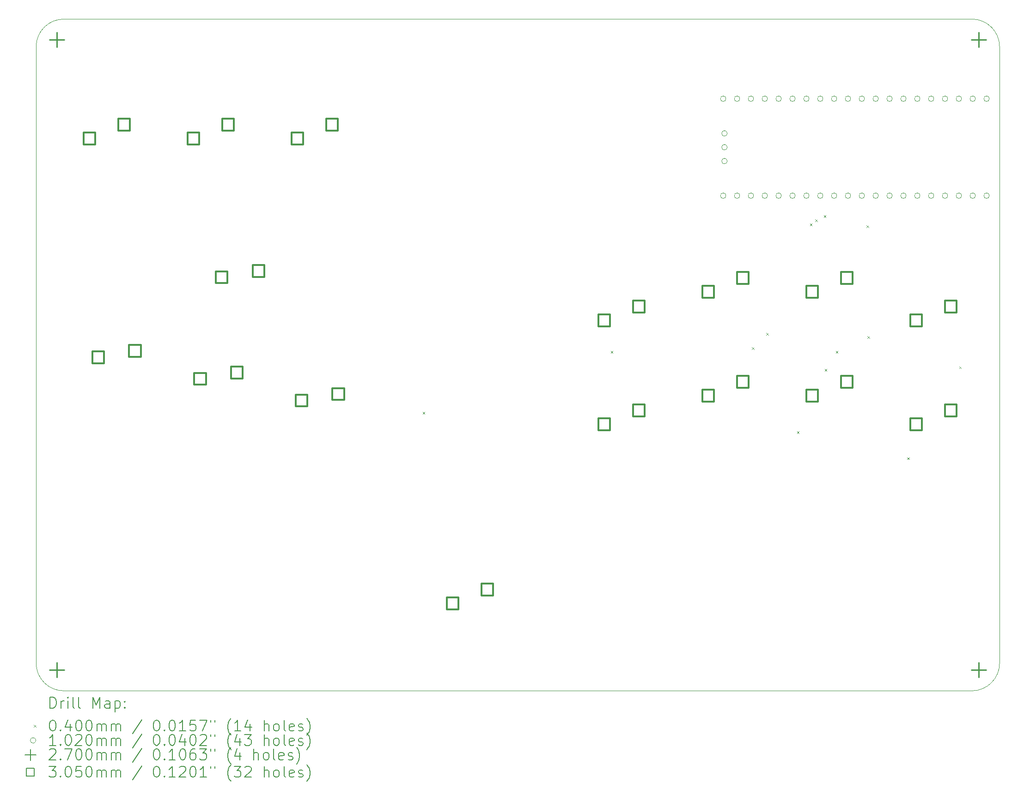
<source format=gbr>
%TF.GenerationSoftware,KiCad,Pcbnew,7.0.5*%
%TF.CreationDate,2023-06-06T19:01:46+08:00*%
%TF.ProjectId,JosEffigy-All-Keyboard-Mixbox,4a6f7345-6666-4696-9779-2d416c6c2d4b,rev?*%
%TF.SameCoordinates,Original*%
%TF.FileFunction,Drillmap*%
%TF.FilePolarity,Positive*%
%FSLAX45Y45*%
G04 Gerber Fmt 4.5, Leading zero omitted, Abs format (unit mm)*
G04 Created by KiCad (PCBNEW 7.0.5) date 2023-06-06 19:01:46*
%MOMM*%
%LPD*%
G01*
G04 APERTURE LIST*
%ADD10C,0.100000*%
%ADD11C,0.200000*%
%ADD12C,0.040000*%
%ADD13C,0.102000*%
%ADD14C,0.270000*%
%ADD15C,0.305000*%
G04 APERTURE END LIST*
D10*
X22860000Y-3683000D02*
X6223000Y-3683000D01*
X5715000Y-15494000D02*
G75*
G03*
X6223000Y-16002000I508000J0D01*
G01*
X6223000Y-16002000D02*
X22860000Y-16002000D01*
X6223000Y-3683000D02*
G75*
G03*
X5715000Y-4191000I0J-508000D01*
G01*
X22860000Y-16002000D02*
G75*
G03*
X23368000Y-15494000I0J508000D01*
G01*
X5715000Y-4191000D02*
X5715000Y-15494000D01*
X23368000Y-4191000D02*
G75*
G03*
X22860000Y-3683000I-508000J0D01*
G01*
X23368000Y-15494000D02*
X23368000Y-4191000D01*
D11*
D12*
X12795980Y-10888080D02*
X12835980Y-10928080D01*
X12835980Y-10888080D02*
X12795980Y-10928080D01*
X16242860Y-9767370D02*
X16282860Y-9807370D01*
X16282860Y-9767370D02*
X16242860Y-9807370D01*
X18826790Y-9702590D02*
X18866790Y-9742590D01*
X18866790Y-9702590D02*
X18826790Y-9742590D01*
X19091410Y-9435790D02*
X19131410Y-9475790D01*
X19131410Y-9435790D02*
X19091410Y-9475790D01*
X19656000Y-11244180D02*
X19696000Y-11284180D01*
X19696000Y-11244180D02*
X19656000Y-11284180D01*
X19891320Y-7433510D02*
X19931320Y-7473510D01*
X19931320Y-7433510D02*
X19891320Y-7473510D01*
X19987080Y-7356670D02*
X20027080Y-7396670D01*
X20027080Y-7356670D02*
X19987080Y-7396670D01*
X20146130Y-7279630D02*
X20186130Y-7319630D01*
X20186130Y-7279630D02*
X20146130Y-7319630D01*
X20163670Y-10098280D02*
X20203670Y-10138280D01*
X20203670Y-10098280D02*
X20163670Y-10138280D01*
X20365480Y-9766430D02*
X20405480Y-9806430D01*
X20405480Y-9766430D02*
X20365480Y-9806430D01*
X20930140Y-7463720D02*
X20970140Y-7503720D01*
X20970140Y-7463720D02*
X20930140Y-7503720D01*
X20949050Y-9497740D02*
X20989050Y-9537740D01*
X20989050Y-9497740D02*
X20949050Y-9537740D01*
X21673480Y-11721260D02*
X21713480Y-11761260D01*
X21713480Y-11721260D02*
X21673480Y-11761260D01*
X22627420Y-10051400D02*
X22667420Y-10091400D01*
X22667420Y-10051400D02*
X22627420Y-10091400D01*
D13*
X18354880Y-5143500D02*
G75*
G03*
X18354880Y-5143500I-51000J0D01*
G01*
X18354880Y-6921500D02*
G75*
G03*
X18354880Y-6921500I-51000J0D01*
G01*
X18377880Y-5778500D02*
G75*
G03*
X18377880Y-5778500I-51000J0D01*
G01*
X18377880Y-6032500D02*
G75*
G03*
X18377880Y-6032500I-51000J0D01*
G01*
X18377880Y-6286500D02*
G75*
G03*
X18377880Y-6286500I-51000J0D01*
G01*
X18608880Y-5143500D02*
G75*
G03*
X18608880Y-5143500I-51000J0D01*
G01*
X18608880Y-6921500D02*
G75*
G03*
X18608880Y-6921500I-51000J0D01*
G01*
X18862880Y-5143500D02*
G75*
G03*
X18862880Y-5143500I-51000J0D01*
G01*
X18862880Y-6921500D02*
G75*
G03*
X18862880Y-6921500I-51000J0D01*
G01*
X19116880Y-5143500D02*
G75*
G03*
X19116880Y-5143500I-51000J0D01*
G01*
X19116880Y-6921500D02*
G75*
G03*
X19116880Y-6921500I-51000J0D01*
G01*
X19370880Y-5143500D02*
G75*
G03*
X19370880Y-5143500I-51000J0D01*
G01*
X19370880Y-6921500D02*
G75*
G03*
X19370880Y-6921500I-51000J0D01*
G01*
X19624880Y-5143500D02*
G75*
G03*
X19624880Y-5143500I-51000J0D01*
G01*
X19624880Y-6921500D02*
G75*
G03*
X19624880Y-6921500I-51000J0D01*
G01*
X19878880Y-5143500D02*
G75*
G03*
X19878880Y-5143500I-51000J0D01*
G01*
X19878880Y-6921500D02*
G75*
G03*
X19878880Y-6921500I-51000J0D01*
G01*
X20132880Y-5143500D02*
G75*
G03*
X20132880Y-5143500I-51000J0D01*
G01*
X20132880Y-6921500D02*
G75*
G03*
X20132880Y-6921500I-51000J0D01*
G01*
X20386880Y-5143500D02*
G75*
G03*
X20386880Y-5143500I-51000J0D01*
G01*
X20386880Y-6921500D02*
G75*
G03*
X20386880Y-6921500I-51000J0D01*
G01*
X20640880Y-5143500D02*
G75*
G03*
X20640880Y-5143500I-51000J0D01*
G01*
X20640880Y-6921500D02*
G75*
G03*
X20640880Y-6921500I-51000J0D01*
G01*
X20894880Y-5143500D02*
G75*
G03*
X20894880Y-5143500I-51000J0D01*
G01*
X20894880Y-6921500D02*
G75*
G03*
X20894880Y-6921500I-51000J0D01*
G01*
X21148880Y-5143500D02*
G75*
G03*
X21148880Y-5143500I-51000J0D01*
G01*
X21148880Y-6921500D02*
G75*
G03*
X21148880Y-6921500I-51000J0D01*
G01*
X21402880Y-5143500D02*
G75*
G03*
X21402880Y-5143500I-51000J0D01*
G01*
X21402880Y-6921500D02*
G75*
G03*
X21402880Y-6921500I-51000J0D01*
G01*
X21656880Y-5143500D02*
G75*
G03*
X21656880Y-5143500I-51000J0D01*
G01*
X21656880Y-6921500D02*
G75*
G03*
X21656880Y-6921500I-51000J0D01*
G01*
X21910880Y-5143500D02*
G75*
G03*
X21910880Y-5143500I-51000J0D01*
G01*
X21910880Y-6921500D02*
G75*
G03*
X21910880Y-6921500I-51000J0D01*
G01*
X22164880Y-5143500D02*
G75*
G03*
X22164880Y-5143500I-51000J0D01*
G01*
X22164880Y-6921500D02*
G75*
G03*
X22164880Y-6921500I-51000J0D01*
G01*
X22418880Y-5143500D02*
G75*
G03*
X22418880Y-5143500I-51000J0D01*
G01*
X22418880Y-6921500D02*
G75*
G03*
X22418880Y-6921500I-51000J0D01*
G01*
X22672880Y-5143500D02*
G75*
G03*
X22672880Y-5143500I-51000J0D01*
G01*
X22672880Y-6921500D02*
G75*
G03*
X22672880Y-6921500I-51000J0D01*
G01*
X22926880Y-5143500D02*
G75*
G03*
X22926880Y-5143500I-51000J0D01*
G01*
X22926880Y-6921500D02*
G75*
G03*
X22926880Y-6921500I-51000J0D01*
G01*
X23180880Y-5143500D02*
G75*
G03*
X23180880Y-5143500I-51000J0D01*
G01*
X23180880Y-6921500D02*
G75*
G03*
X23180880Y-6921500I-51000J0D01*
G01*
D14*
X6096000Y-3929000D02*
X6096000Y-4199000D01*
X5961000Y-4064000D02*
X6231000Y-4064000D01*
X6096000Y-15486000D02*
X6096000Y-15756000D01*
X5961000Y-15621000D02*
X6231000Y-15621000D01*
X22987000Y-3929000D02*
X22987000Y-4199000D01*
X22852000Y-4064000D02*
X23122000Y-4064000D01*
X22987000Y-15486000D02*
X22987000Y-15756000D01*
X22852000Y-15621000D02*
X23122000Y-15621000D01*
D15*
X6801215Y-5981585D02*
X6801215Y-5765915D01*
X6585545Y-5765915D01*
X6585545Y-5981585D01*
X6801215Y-5981585D01*
X6958200Y-9992141D02*
X6958200Y-9776471D01*
X6742530Y-9776471D01*
X6742530Y-9992141D01*
X6958200Y-9992141D01*
X7436215Y-5727585D02*
X7436215Y-5511915D01*
X7220545Y-5511915D01*
X7220545Y-5727585D01*
X7436215Y-5727585D01*
X7632133Y-9875715D02*
X7632133Y-9660046D01*
X7416464Y-9660046D01*
X7416464Y-9875715D01*
X7632133Y-9875715D01*
X8706215Y-5981585D02*
X8706215Y-5765915D01*
X8490545Y-5765915D01*
X8490545Y-5981585D01*
X8706215Y-5981585D01*
X8826770Y-10388761D02*
X8826770Y-10173091D01*
X8611101Y-10173091D01*
X8611101Y-10388761D01*
X8826770Y-10388761D01*
X9222850Y-8525391D02*
X9222850Y-8309721D01*
X9007181Y-8309721D01*
X9007181Y-8525391D01*
X9222850Y-8525391D01*
X9341215Y-5727585D02*
X9341215Y-5511915D01*
X9125545Y-5511915D01*
X9125545Y-5727585D01*
X9341215Y-5727585D01*
X9500703Y-10272335D02*
X9500703Y-10056666D01*
X9285034Y-10056666D01*
X9285034Y-10272335D01*
X9500703Y-10272335D01*
X9896783Y-8408965D02*
X9896783Y-8193296D01*
X9681114Y-8193296D01*
X9681114Y-8408965D01*
X9896783Y-8408965D01*
X10611215Y-5981585D02*
X10611215Y-5765915D01*
X10395545Y-5765915D01*
X10395545Y-5981585D01*
X10611215Y-5981585D01*
X10684940Y-10784281D02*
X10684940Y-10568611D01*
X10469271Y-10568611D01*
X10469271Y-10784281D01*
X10684940Y-10784281D01*
X11246215Y-5727585D02*
X11246215Y-5511915D01*
X11030545Y-5511915D01*
X11030545Y-5727585D01*
X11246215Y-5727585D01*
X11358873Y-10667855D02*
X11358873Y-10452186D01*
X11143204Y-10452186D01*
X11143204Y-10667855D01*
X11358873Y-10667855D01*
X13452845Y-14506455D02*
X13452845Y-14290785D01*
X13237175Y-14290785D01*
X13237175Y-14506455D01*
X13452845Y-14506455D01*
X14087845Y-14252455D02*
X14087845Y-14036785D01*
X13872175Y-14036785D01*
X13872175Y-14252455D01*
X14087845Y-14252455D01*
X16230965Y-9315335D02*
X16230965Y-9099665D01*
X16015295Y-9099665D01*
X16015295Y-9315335D01*
X16230965Y-9315335D01*
X16230965Y-11220335D02*
X16230965Y-11004665D01*
X16015295Y-11004665D01*
X16015295Y-11220335D01*
X16230965Y-11220335D01*
X16865965Y-9061335D02*
X16865965Y-8845665D01*
X16650295Y-8845665D01*
X16650295Y-9061335D01*
X16865965Y-9061335D01*
X16865965Y-10966335D02*
X16865965Y-10750665D01*
X16650295Y-10750665D01*
X16650295Y-10966335D01*
X16865965Y-10966335D01*
X18135965Y-8791455D02*
X18135965Y-8575785D01*
X17920295Y-8575785D01*
X17920295Y-8791455D01*
X18135965Y-8791455D01*
X18135965Y-10696455D02*
X18135965Y-10480785D01*
X17920295Y-10480785D01*
X17920295Y-10696455D01*
X18135965Y-10696455D01*
X18770965Y-8537455D02*
X18770965Y-8321785D01*
X18555295Y-8321785D01*
X18555295Y-8537455D01*
X18770965Y-8537455D01*
X18770965Y-10442455D02*
X18770965Y-10226785D01*
X18555295Y-10226785D01*
X18555295Y-10442455D01*
X18770965Y-10442455D01*
X20040965Y-8791455D02*
X20040965Y-8575785D01*
X19825295Y-8575785D01*
X19825295Y-8791455D01*
X20040965Y-8791455D01*
X20040965Y-10696455D02*
X20040965Y-10480785D01*
X19825295Y-10480785D01*
X19825295Y-10696455D01*
X20040965Y-10696455D01*
X20675965Y-8537455D02*
X20675965Y-8321785D01*
X20460295Y-8321785D01*
X20460295Y-8537455D01*
X20675965Y-8537455D01*
X20675965Y-10442455D02*
X20675965Y-10226785D01*
X20460295Y-10226785D01*
X20460295Y-10442455D01*
X20675965Y-10442455D01*
X21945965Y-9315335D02*
X21945965Y-9099665D01*
X21730295Y-9099665D01*
X21730295Y-9315335D01*
X21945965Y-9315335D01*
X21945965Y-11220335D02*
X21945965Y-11004665D01*
X21730295Y-11004665D01*
X21730295Y-11220335D01*
X21945965Y-11220335D01*
X22580965Y-9061335D02*
X22580965Y-8845665D01*
X22365295Y-8845665D01*
X22365295Y-9061335D01*
X22580965Y-9061335D01*
X22580965Y-10966335D02*
X22580965Y-10750665D01*
X22365295Y-10750665D01*
X22365295Y-10966335D01*
X22580965Y-10966335D01*
D11*
X5970777Y-16318484D02*
X5970777Y-16118484D01*
X5970777Y-16118484D02*
X6018396Y-16118484D01*
X6018396Y-16118484D02*
X6046967Y-16128008D01*
X6046967Y-16128008D02*
X6066015Y-16147055D01*
X6066015Y-16147055D02*
X6075539Y-16166103D01*
X6075539Y-16166103D02*
X6085062Y-16204198D01*
X6085062Y-16204198D02*
X6085062Y-16232769D01*
X6085062Y-16232769D02*
X6075539Y-16270865D01*
X6075539Y-16270865D02*
X6066015Y-16289912D01*
X6066015Y-16289912D02*
X6046967Y-16308960D01*
X6046967Y-16308960D02*
X6018396Y-16318484D01*
X6018396Y-16318484D02*
X5970777Y-16318484D01*
X6170777Y-16318484D02*
X6170777Y-16185150D01*
X6170777Y-16223246D02*
X6180301Y-16204198D01*
X6180301Y-16204198D02*
X6189824Y-16194674D01*
X6189824Y-16194674D02*
X6208872Y-16185150D01*
X6208872Y-16185150D02*
X6227920Y-16185150D01*
X6294586Y-16318484D02*
X6294586Y-16185150D01*
X6294586Y-16118484D02*
X6285062Y-16128008D01*
X6285062Y-16128008D02*
X6294586Y-16137531D01*
X6294586Y-16137531D02*
X6304110Y-16128008D01*
X6304110Y-16128008D02*
X6294586Y-16118484D01*
X6294586Y-16118484D02*
X6294586Y-16137531D01*
X6418396Y-16318484D02*
X6399348Y-16308960D01*
X6399348Y-16308960D02*
X6389824Y-16289912D01*
X6389824Y-16289912D02*
X6389824Y-16118484D01*
X6523158Y-16318484D02*
X6504110Y-16308960D01*
X6504110Y-16308960D02*
X6494586Y-16289912D01*
X6494586Y-16289912D02*
X6494586Y-16118484D01*
X6751729Y-16318484D02*
X6751729Y-16118484D01*
X6751729Y-16118484D02*
X6818396Y-16261341D01*
X6818396Y-16261341D02*
X6885062Y-16118484D01*
X6885062Y-16118484D02*
X6885062Y-16318484D01*
X7066015Y-16318484D02*
X7066015Y-16213722D01*
X7066015Y-16213722D02*
X7056491Y-16194674D01*
X7056491Y-16194674D02*
X7037443Y-16185150D01*
X7037443Y-16185150D02*
X6999348Y-16185150D01*
X6999348Y-16185150D02*
X6980301Y-16194674D01*
X7066015Y-16308960D02*
X7046967Y-16318484D01*
X7046967Y-16318484D02*
X6999348Y-16318484D01*
X6999348Y-16318484D02*
X6980301Y-16308960D01*
X6980301Y-16308960D02*
X6970777Y-16289912D01*
X6970777Y-16289912D02*
X6970777Y-16270865D01*
X6970777Y-16270865D02*
X6980301Y-16251817D01*
X6980301Y-16251817D02*
X6999348Y-16242293D01*
X6999348Y-16242293D02*
X7046967Y-16242293D01*
X7046967Y-16242293D02*
X7066015Y-16232769D01*
X7161253Y-16185150D02*
X7161253Y-16385150D01*
X7161253Y-16194674D02*
X7180301Y-16185150D01*
X7180301Y-16185150D02*
X7218396Y-16185150D01*
X7218396Y-16185150D02*
X7237443Y-16194674D01*
X7237443Y-16194674D02*
X7246967Y-16204198D01*
X7246967Y-16204198D02*
X7256491Y-16223246D01*
X7256491Y-16223246D02*
X7256491Y-16280388D01*
X7256491Y-16280388D02*
X7246967Y-16299436D01*
X7246967Y-16299436D02*
X7237443Y-16308960D01*
X7237443Y-16308960D02*
X7218396Y-16318484D01*
X7218396Y-16318484D02*
X7180301Y-16318484D01*
X7180301Y-16318484D02*
X7161253Y-16308960D01*
X7342205Y-16299436D02*
X7351729Y-16308960D01*
X7351729Y-16308960D02*
X7342205Y-16318484D01*
X7342205Y-16318484D02*
X7332682Y-16308960D01*
X7332682Y-16308960D02*
X7342205Y-16299436D01*
X7342205Y-16299436D02*
X7342205Y-16318484D01*
X7342205Y-16194674D02*
X7351729Y-16204198D01*
X7351729Y-16204198D02*
X7342205Y-16213722D01*
X7342205Y-16213722D02*
X7332682Y-16204198D01*
X7332682Y-16204198D02*
X7342205Y-16194674D01*
X7342205Y-16194674D02*
X7342205Y-16213722D01*
D12*
X5670000Y-16627000D02*
X5710000Y-16667000D01*
X5710000Y-16627000D02*
X5670000Y-16667000D01*
D11*
X6008872Y-16538484D02*
X6027920Y-16538484D01*
X6027920Y-16538484D02*
X6046967Y-16548008D01*
X6046967Y-16548008D02*
X6056491Y-16557531D01*
X6056491Y-16557531D02*
X6066015Y-16576579D01*
X6066015Y-16576579D02*
X6075539Y-16614674D01*
X6075539Y-16614674D02*
X6075539Y-16662293D01*
X6075539Y-16662293D02*
X6066015Y-16700388D01*
X6066015Y-16700388D02*
X6056491Y-16719436D01*
X6056491Y-16719436D02*
X6046967Y-16728960D01*
X6046967Y-16728960D02*
X6027920Y-16738484D01*
X6027920Y-16738484D02*
X6008872Y-16738484D01*
X6008872Y-16738484D02*
X5989824Y-16728960D01*
X5989824Y-16728960D02*
X5980301Y-16719436D01*
X5980301Y-16719436D02*
X5970777Y-16700388D01*
X5970777Y-16700388D02*
X5961253Y-16662293D01*
X5961253Y-16662293D02*
X5961253Y-16614674D01*
X5961253Y-16614674D02*
X5970777Y-16576579D01*
X5970777Y-16576579D02*
X5980301Y-16557531D01*
X5980301Y-16557531D02*
X5989824Y-16548008D01*
X5989824Y-16548008D02*
X6008872Y-16538484D01*
X6161253Y-16719436D02*
X6170777Y-16728960D01*
X6170777Y-16728960D02*
X6161253Y-16738484D01*
X6161253Y-16738484D02*
X6151729Y-16728960D01*
X6151729Y-16728960D02*
X6161253Y-16719436D01*
X6161253Y-16719436D02*
X6161253Y-16738484D01*
X6342205Y-16605150D02*
X6342205Y-16738484D01*
X6294586Y-16528960D02*
X6246967Y-16671817D01*
X6246967Y-16671817D02*
X6370777Y-16671817D01*
X6485062Y-16538484D02*
X6504110Y-16538484D01*
X6504110Y-16538484D02*
X6523158Y-16548008D01*
X6523158Y-16548008D02*
X6532682Y-16557531D01*
X6532682Y-16557531D02*
X6542205Y-16576579D01*
X6542205Y-16576579D02*
X6551729Y-16614674D01*
X6551729Y-16614674D02*
X6551729Y-16662293D01*
X6551729Y-16662293D02*
X6542205Y-16700388D01*
X6542205Y-16700388D02*
X6532682Y-16719436D01*
X6532682Y-16719436D02*
X6523158Y-16728960D01*
X6523158Y-16728960D02*
X6504110Y-16738484D01*
X6504110Y-16738484D02*
X6485062Y-16738484D01*
X6485062Y-16738484D02*
X6466015Y-16728960D01*
X6466015Y-16728960D02*
X6456491Y-16719436D01*
X6456491Y-16719436D02*
X6446967Y-16700388D01*
X6446967Y-16700388D02*
X6437443Y-16662293D01*
X6437443Y-16662293D02*
X6437443Y-16614674D01*
X6437443Y-16614674D02*
X6446967Y-16576579D01*
X6446967Y-16576579D02*
X6456491Y-16557531D01*
X6456491Y-16557531D02*
X6466015Y-16548008D01*
X6466015Y-16548008D02*
X6485062Y-16538484D01*
X6675539Y-16538484D02*
X6694586Y-16538484D01*
X6694586Y-16538484D02*
X6713634Y-16548008D01*
X6713634Y-16548008D02*
X6723158Y-16557531D01*
X6723158Y-16557531D02*
X6732682Y-16576579D01*
X6732682Y-16576579D02*
X6742205Y-16614674D01*
X6742205Y-16614674D02*
X6742205Y-16662293D01*
X6742205Y-16662293D02*
X6732682Y-16700388D01*
X6732682Y-16700388D02*
X6723158Y-16719436D01*
X6723158Y-16719436D02*
X6713634Y-16728960D01*
X6713634Y-16728960D02*
X6694586Y-16738484D01*
X6694586Y-16738484D02*
X6675539Y-16738484D01*
X6675539Y-16738484D02*
X6656491Y-16728960D01*
X6656491Y-16728960D02*
X6646967Y-16719436D01*
X6646967Y-16719436D02*
X6637443Y-16700388D01*
X6637443Y-16700388D02*
X6627920Y-16662293D01*
X6627920Y-16662293D02*
X6627920Y-16614674D01*
X6627920Y-16614674D02*
X6637443Y-16576579D01*
X6637443Y-16576579D02*
X6646967Y-16557531D01*
X6646967Y-16557531D02*
X6656491Y-16548008D01*
X6656491Y-16548008D02*
X6675539Y-16538484D01*
X6827920Y-16738484D02*
X6827920Y-16605150D01*
X6827920Y-16624198D02*
X6837443Y-16614674D01*
X6837443Y-16614674D02*
X6856491Y-16605150D01*
X6856491Y-16605150D02*
X6885063Y-16605150D01*
X6885063Y-16605150D02*
X6904110Y-16614674D01*
X6904110Y-16614674D02*
X6913634Y-16633722D01*
X6913634Y-16633722D02*
X6913634Y-16738484D01*
X6913634Y-16633722D02*
X6923158Y-16614674D01*
X6923158Y-16614674D02*
X6942205Y-16605150D01*
X6942205Y-16605150D02*
X6970777Y-16605150D01*
X6970777Y-16605150D02*
X6989824Y-16614674D01*
X6989824Y-16614674D02*
X6999348Y-16633722D01*
X6999348Y-16633722D02*
X6999348Y-16738484D01*
X7094586Y-16738484D02*
X7094586Y-16605150D01*
X7094586Y-16624198D02*
X7104110Y-16614674D01*
X7104110Y-16614674D02*
X7123158Y-16605150D01*
X7123158Y-16605150D02*
X7151729Y-16605150D01*
X7151729Y-16605150D02*
X7170777Y-16614674D01*
X7170777Y-16614674D02*
X7180301Y-16633722D01*
X7180301Y-16633722D02*
X7180301Y-16738484D01*
X7180301Y-16633722D02*
X7189824Y-16614674D01*
X7189824Y-16614674D02*
X7208872Y-16605150D01*
X7208872Y-16605150D02*
X7237443Y-16605150D01*
X7237443Y-16605150D02*
X7256491Y-16614674D01*
X7256491Y-16614674D02*
X7266015Y-16633722D01*
X7266015Y-16633722D02*
X7266015Y-16738484D01*
X7656491Y-16528960D02*
X7485063Y-16786103D01*
X7913634Y-16538484D02*
X7932682Y-16538484D01*
X7932682Y-16538484D02*
X7951729Y-16548008D01*
X7951729Y-16548008D02*
X7961253Y-16557531D01*
X7961253Y-16557531D02*
X7970777Y-16576579D01*
X7970777Y-16576579D02*
X7980301Y-16614674D01*
X7980301Y-16614674D02*
X7980301Y-16662293D01*
X7980301Y-16662293D02*
X7970777Y-16700388D01*
X7970777Y-16700388D02*
X7961253Y-16719436D01*
X7961253Y-16719436D02*
X7951729Y-16728960D01*
X7951729Y-16728960D02*
X7932682Y-16738484D01*
X7932682Y-16738484D02*
X7913634Y-16738484D01*
X7913634Y-16738484D02*
X7894586Y-16728960D01*
X7894586Y-16728960D02*
X7885063Y-16719436D01*
X7885063Y-16719436D02*
X7875539Y-16700388D01*
X7875539Y-16700388D02*
X7866015Y-16662293D01*
X7866015Y-16662293D02*
X7866015Y-16614674D01*
X7866015Y-16614674D02*
X7875539Y-16576579D01*
X7875539Y-16576579D02*
X7885063Y-16557531D01*
X7885063Y-16557531D02*
X7894586Y-16548008D01*
X7894586Y-16548008D02*
X7913634Y-16538484D01*
X8066015Y-16719436D02*
X8075539Y-16728960D01*
X8075539Y-16728960D02*
X8066015Y-16738484D01*
X8066015Y-16738484D02*
X8056491Y-16728960D01*
X8056491Y-16728960D02*
X8066015Y-16719436D01*
X8066015Y-16719436D02*
X8066015Y-16738484D01*
X8199348Y-16538484D02*
X8218396Y-16538484D01*
X8218396Y-16538484D02*
X8237444Y-16548008D01*
X8237444Y-16548008D02*
X8246967Y-16557531D01*
X8246967Y-16557531D02*
X8256491Y-16576579D01*
X8256491Y-16576579D02*
X8266015Y-16614674D01*
X8266015Y-16614674D02*
X8266015Y-16662293D01*
X8266015Y-16662293D02*
X8256491Y-16700388D01*
X8256491Y-16700388D02*
X8246967Y-16719436D01*
X8246967Y-16719436D02*
X8237444Y-16728960D01*
X8237444Y-16728960D02*
X8218396Y-16738484D01*
X8218396Y-16738484D02*
X8199348Y-16738484D01*
X8199348Y-16738484D02*
X8180301Y-16728960D01*
X8180301Y-16728960D02*
X8170777Y-16719436D01*
X8170777Y-16719436D02*
X8161253Y-16700388D01*
X8161253Y-16700388D02*
X8151729Y-16662293D01*
X8151729Y-16662293D02*
X8151729Y-16614674D01*
X8151729Y-16614674D02*
X8161253Y-16576579D01*
X8161253Y-16576579D02*
X8170777Y-16557531D01*
X8170777Y-16557531D02*
X8180301Y-16548008D01*
X8180301Y-16548008D02*
X8199348Y-16538484D01*
X8456491Y-16738484D02*
X8342206Y-16738484D01*
X8399348Y-16738484D02*
X8399348Y-16538484D01*
X8399348Y-16538484D02*
X8380301Y-16567055D01*
X8380301Y-16567055D02*
X8361253Y-16586103D01*
X8361253Y-16586103D02*
X8342206Y-16595627D01*
X8637444Y-16538484D02*
X8542206Y-16538484D01*
X8542206Y-16538484D02*
X8532682Y-16633722D01*
X8532682Y-16633722D02*
X8542206Y-16624198D01*
X8542206Y-16624198D02*
X8561253Y-16614674D01*
X8561253Y-16614674D02*
X8608872Y-16614674D01*
X8608872Y-16614674D02*
X8627920Y-16624198D01*
X8627920Y-16624198D02*
X8637444Y-16633722D01*
X8637444Y-16633722D02*
X8646968Y-16652769D01*
X8646968Y-16652769D02*
X8646968Y-16700388D01*
X8646968Y-16700388D02*
X8637444Y-16719436D01*
X8637444Y-16719436D02*
X8627920Y-16728960D01*
X8627920Y-16728960D02*
X8608872Y-16738484D01*
X8608872Y-16738484D02*
X8561253Y-16738484D01*
X8561253Y-16738484D02*
X8542206Y-16728960D01*
X8542206Y-16728960D02*
X8532682Y-16719436D01*
X8713634Y-16538484D02*
X8846968Y-16538484D01*
X8846968Y-16538484D02*
X8761253Y-16738484D01*
X8913634Y-16538484D02*
X8913634Y-16576579D01*
X8989825Y-16538484D02*
X8989825Y-16576579D01*
X9285063Y-16814674D02*
X9275539Y-16805150D01*
X9275539Y-16805150D02*
X9256491Y-16776579D01*
X9256491Y-16776579D02*
X9246968Y-16757531D01*
X9246968Y-16757531D02*
X9237444Y-16728960D01*
X9237444Y-16728960D02*
X9227920Y-16681341D01*
X9227920Y-16681341D02*
X9227920Y-16643246D01*
X9227920Y-16643246D02*
X9237444Y-16595627D01*
X9237444Y-16595627D02*
X9246968Y-16567055D01*
X9246968Y-16567055D02*
X9256491Y-16548008D01*
X9256491Y-16548008D02*
X9275539Y-16519436D01*
X9275539Y-16519436D02*
X9285063Y-16509912D01*
X9466015Y-16738484D02*
X9351730Y-16738484D01*
X9408872Y-16738484D02*
X9408872Y-16538484D01*
X9408872Y-16538484D02*
X9389825Y-16567055D01*
X9389825Y-16567055D02*
X9370777Y-16586103D01*
X9370777Y-16586103D02*
X9351730Y-16595627D01*
X9637444Y-16605150D02*
X9637444Y-16738484D01*
X9589825Y-16528960D02*
X9542206Y-16671817D01*
X9542206Y-16671817D02*
X9666015Y-16671817D01*
X9894587Y-16738484D02*
X9894587Y-16538484D01*
X9980301Y-16738484D02*
X9980301Y-16633722D01*
X9980301Y-16633722D02*
X9970777Y-16614674D01*
X9970777Y-16614674D02*
X9951730Y-16605150D01*
X9951730Y-16605150D02*
X9923158Y-16605150D01*
X9923158Y-16605150D02*
X9904111Y-16614674D01*
X9904111Y-16614674D02*
X9894587Y-16624198D01*
X10104111Y-16738484D02*
X10085063Y-16728960D01*
X10085063Y-16728960D02*
X10075539Y-16719436D01*
X10075539Y-16719436D02*
X10066015Y-16700388D01*
X10066015Y-16700388D02*
X10066015Y-16643246D01*
X10066015Y-16643246D02*
X10075539Y-16624198D01*
X10075539Y-16624198D02*
X10085063Y-16614674D01*
X10085063Y-16614674D02*
X10104111Y-16605150D01*
X10104111Y-16605150D02*
X10132682Y-16605150D01*
X10132682Y-16605150D02*
X10151730Y-16614674D01*
X10151730Y-16614674D02*
X10161253Y-16624198D01*
X10161253Y-16624198D02*
X10170777Y-16643246D01*
X10170777Y-16643246D02*
X10170777Y-16700388D01*
X10170777Y-16700388D02*
X10161253Y-16719436D01*
X10161253Y-16719436D02*
X10151730Y-16728960D01*
X10151730Y-16728960D02*
X10132682Y-16738484D01*
X10132682Y-16738484D02*
X10104111Y-16738484D01*
X10285063Y-16738484D02*
X10266015Y-16728960D01*
X10266015Y-16728960D02*
X10256492Y-16709912D01*
X10256492Y-16709912D02*
X10256492Y-16538484D01*
X10437444Y-16728960D02*
X10418396Y-16738484D01*
X10418396Y-16738484D02*
X10380301Y-16738484D01*
X10380301Y-16738484D02*
X10361253Y-16728960D01*
X10361253Y-16728960D02*
X10351730Y-16709912D01*
X10351730Y-16709912D02*
X10351730Y-16633722D01*
X10351730Y-16633722D02*
X10361253Y-16614674D01*
X10361253Y-16614674D02*
X10380301Y-16605150D01*
X10380301Y-16605150D02*
X10418396Y-16605150D01*
X10418396Y-16605150D02*
X10437444Y-16614674D01*
X10437444Y-16614674D02*
X10446968Y-16633722D01*
X10446968Y-16633722D02*
X10446968Y-16652769D01*
X10446968Y-16652769D02*
X10351730Y-16671817D01*
X10523158Y-16728960D02*
X10542206Y-16738484D01*
X10542206Y-16738484D02*
X10580301Y-16738484D01*
X10580301Y-16738484D02*
X10599349Y-16728960D01*
X10599349Y-16728960D02*
X10608873Y-16709912D01*
X10608873Y-16709912D02*
X10608873Y-16700388D01*
X10608873Y-16700388D02*
X10599349Y-16681341D01*
X10599349Y-16681341D02*
X10580301Y-16671817D01*
X10580301Y-16671817D02*
X10551730Y-16671817D01*
X10551730Y-16671817D02*
X10532682Y-16662293D01*
X10532682Y-16662293D02*
X10523158Y-16643246D01*
X10523158Y-16643246D02*
X10523158Y-16633722D01*
X10523158Y-16633722D02*
X10532682Y-16614674D01*
X10532682Y-16614674D02*
X10551730Y-16605150D01*
X10551730Y-16605150D02*
X10580301Y-16605150D01*
X10580301Y-16605150D02*
X10599349Y-16614674D01*
X10675539Y-16814674D02*
X10685063Y-16805150D01*
X10685063Y-16805150D02*
X10704111Y-16776579D01*
X10704111Y-16776579D02*
X10713634Y-16757531D01*
X10713634Y-16757531D02*
X10723158Y-16728960D01*
X10723158Y-16728960D02*
X10732682Y-16681341D01*
X10732682Y-16681341D02*
X10732682Y-16643246D01*
X10732682Y-16643246D02*
X10723158Y-16595627D01*
X10723158Y-16595627D02*
X10713634Y-16567055D01*
X10713634Y-16567055D02*
X10704111Y-16548008D01*
X10704111Y-16548008D02*
X10685063Y-16519436D01*
X10685063Y-16519436D02*
X10675539Y-16509912D01*
D13*
X5710000Y-16911000D02*
G75*
G03*
X5710000Y-16911000I-51000J0D01*
G01*
D11*
X6075539Y-17002484D02*
X5961253Y-17002484D01*
X6018396Y-17002484D02*
X6018396Y-16802484D01*
X6018396Y-16802484D02*
X5999348Y-16831055D01*
X5999348Y-16831055D02*
X5980301Y-16850103D01*
X5980301Y-16850103D02*
X5961253Y-16859627D01*
X6161253Y-16983436D02*
X6170777Y-16992960D01*
X6170777Y-16992960D02*
X6161253Y-17002484D01*
X6161253Y-17002484D02*
X6151729Y-16992960D01*
X6151729Y-16992960D02*
X6161253Y-16983436D01*
X6161253Y-16983436D02*
X6161253Y-17002484D01*
X6294586Y-16802484D02*
X6313634Y-16802484D01*
X6313634Y-16802484D02*
X6332682Y-16812008D01*
X6332682Y-16812008D02*
X6342205Y-16821531D01*
X6342205Y-16821531D02*
X6351729Y-16840579D01*
X6351729Y-16840579D02*
X6361253Y-16878674D01*
X6361253Y-16878674D02*
X6361253Y-16926293D01*
X6361253Y-16926293D02*
X6351729Y-16964389D01*
X6351729Y-16964389D02*
X6342205Y-16983436D01*
X6342205Y-16983436D02*
X6332682Y-16992960D01*
X6332682Y-16992960D02*
X6313634Y-17002484D01*
X6313634Y-17002484D02*
X6294586Y-17002484D01*
X6294586Y-17002484D02*
X6275539Y-16992960D01*
X6275539Y-16992960D02*
X6266015Y-16983436D01*
X6266015Y-16983436D02*
X6256491Y-16964389D01*
X6256491Y-16964389D02*
X6246967Y-16926293D01*
X6246967Y-16926293D02*
X6246967Y-16878674D01*
X6246967Y-16878674D02*
X6256491Y-16840579D01*
X6256491Y-16840579D02*
X6266015Y-16821531D01*
X6266015Y-16821531D02*
X6275539Y-16812008D01*
X6275539Y-16812008D02*
X6294586Y-16802484D01*
X6437443Y-16821531D02*
X6446967Y-16812008D01*
X6446967Y-16812008D02*
X6466015Y-16802484D01*
X6466015Y-16802484D02*
X6513634Y-16802484D01*
X6513634Y-16802484D02*
X6532682Y-16812008D01*
X6532682Y-16812008D02*
X6542205Y-16821531D01*
X6542205Y-16821531D02*
X6551729Y-16840579D01*
X6551729Y-16840579D02*
X6551729Y-16859627D01*
X6551729Y-16859627D02*
X6542205Y-16888198D01*
X6542205Y-16888198D02*
X6427920Y-17002484D01*
X6427920Y-17002484D02*
X6551729Y-17002484D01*
X6675539Y-16802484D02*
X6694586Y-16802484D01*
X6694586Y-16802484D02*
X6713634Y-16812008D01*
X6713634Y-16812008D02*
X6723158Y-16821531D01*
X6723158Y-16821531D02*
X6732682Y-16840579D01*
X6732682Y-16840579D02*
X6742205Y-16878674D01*
X6742205Y-16878674D02*
X6742205Y-16926293D01*
X6742205Y-16926293D02*
X6732682Y-16964389D01*
X6732682Y-16964389D02*
X6723158Y-16983436D01*
X6723158Y-16983436D02*
X6713634Y-16992960D01*
X6713634Y-16992960D02*
X6694586Y-17002484D01*
X6694586Y-17002484D02*
X6675539Y-17002484D01*
X6675539Y-17002484D02*
X6656491Y-16992960D01*
X6656491Y-16992960D02*
X6646967Y-16983436D01*
X6646967Y-16983436D02*
X6637443Y-16964389D01*
X6637443Y-16964389D02*
X6627920Y-16926293D01*
X6627920Y-16926293D02*
X6627920Y-16878674D01*
X6627920Y-16878674D02*
X6637443Y-16840579D01*
X6637443Y-16840579D02*
X6646967Y-16821531D01*
X6646967Y-16821531D02*
X6656491Y-16812008D01*
X6656491Y-16812008D02*
X6675539Y-16802484D01*
X6827920Y-17002484D02*
X6827920Y-16869150D01*
X6827920Y-16888198D02*
X6837443Y-16878674D01*
X6837443Y-16878674D02*
X6856491Y-16869150D01*
X6856491Y-16869150D02*
X6885063Y-16869150D01*
X6885063Y-16869150D02*
X6904110Y-16878674D01*
X6904110Y-16878674D02*
X6913634Y-16897722D01*
X6913634Y-16897722D02*
X6913634Y-17002484D01*
X6913634Y-16897722D02*
X6923158Y-16878674D01*
X6923158Y-16878674D02*
X6942205Y-16869150D01*
X6942205Y-16869150D02*
X6970777Y-16869150D01*
X6970777Y-16869150D02*
X6989824Y-16878674D01*
X6989824Y-16878674D02*
X6999348Y-16897722D01*
X6999348Y-16897722D02*
X6999348Y-17002484D01*
X7094586Y-17002484D02*
X7094586Y-16869150D01*
X7094586Y-16888198D02*
X7104110Y-16878674D01*
X7104110Y-16878674D02*
X7123158Y-16869150D01*
X7123158Y-16869150D02*
X7151729Y-16869150D01*
X7151729Y-16869150D02*
X7170777Y-16878674D01*
X7170777Y-16878674D02*
X7180301Y-16897722D01*
X7180301Y-16897722D02*
X7180301Y-17002484D01*
X7180301Y-16897722D02*
X7189824Y-16878674D01*
X7189824Y-16878674D02*
X7208872Y-16869150D01*
X7208872Y-16869150D02*
X7237443Y-16869150D01*
X7237443Y-16869150D02*
X7256491Y-16878674D01*
X7256491Y-16878674D02*
X7266015Y-16897722D01*
X7266015Y-16897722D02*
X7266015Y-17002484D01*
X7656491Y-16792960D02*
X7485063Y-17050103D01*
X7913634Y-16802484D02*
X7932682Y-16802484D01*
X7932682Y-16802484D02*
X7951729Y-16812008D01*
X7951729Y-16812008D02*
X7961253Y-16821531D01*
X7961253Y-16821531D02*
X7970777Y-16840579D01*
X7970777Y-16840579D02*
X7980301Y-16878674D01*
X7980301Y-16878674D02*
X7980301Y-16926293D01*
X7980301Y-16926293D02*
X7970777Y-16964389D01*
X7970777Y-16964389D02*
X7961253Y-16983436D01*
X7961253Y-16983436D02*
X7951729Y-16992960D01*
X7951729Y-16992960D02*
X7932682Y-17002484D01*
X7932682Y-17002484D02*
X7913634Y-17002484D01*
X7913634Y-17002484D02*
X7894586Y-16992960D01*
X7894586Y-16992960D02*
X7885063Y-16983436D01*
X7885063Y-16983436D02*
X7875539Y-16964389D01*
X7875539Y-16964389D02*
X7866015Y-16926293D01*
X7866015Y-16926293D02*
X7866015Y-16878674D01*
X7866015Y-16878674D02*
X7875539Y-16840579D01*
X7875539Y-16840579D02*
X7885063Y-16821531D01*
X7885063Y-16821531D02*
X7894586Y-16812008D01*
X7894586Y-16812008D02*
X7913634Y-16802484D01*
X8066015Y-16983436D02*
X8075539Y-16992960D01*
X8075539Y-16992960D02*
X8066015Y-17002484D01*
X8066015Y-17002484D02*
X8056491Y-16992960D01*
X8056491Y-16992960D02*
X8066015Y-16983436D01*
X8066015Y-16983436D02*
X8066015Y-17002484D01*
X8199348Y-16802484D02*
X8218396Y-16802484D01*
X8218396Y-16802484D02*
X8237444Y-16812008D01*
X8237444Y-16812008D02*
X8246967Y-16821531D01*
X8246967Y-16821531D02*
X8256491Y-16840579D01*
X8256491Y-16840579D02*
X8266015Y-16878674D01*
X8266015Y-16878674D02*
X8266015Y-16926293D01*
X8266015Y-16926293D02*
X8256491Y-16964389D01*
X8256491Y-16964389D02*
X8246967Y-16983436D01*
X8246967Y-16983436D02*
X8237444Y-16992960D01*
X8237444Y-16992960D02*
X8218396Y-17002484D01*
X8218396Y-17002484D02*
X8199348Y-17002484D01*
X8199348Y-17002484D02*
X8180301Y-16992960D01*
X8180301Y-16992960D02*
X8170777Y-16983436D01*
X8170777Y-16983436D02*
X8161253Y-16964389D01*
X8161253Y-16964389D02*
X8151729Y-16926293D01*
X8151729Y-16926293D02*
X8151729Y-16878674D01*
X8151729Y-16878674D02*
X8161253Y-16840579D01*
X8161253Y-16840579D02*
X8170777Y-16821531D01*
X8170777Y-16821531D02*
X8180301Y-16812008D01*
X8180301Y-16812008D02*
X8199348Y-16802484D01*
X8437444Y-16869150D02*
X8437444Y-17002484D01*
X8389825Y-16792960D02*
X8342206Y-16935817D01*
X8342206Y-16935817D02*
X8466015Y-16935817D01*
X8580301Y-16802484D02*
X8599349Y-16802484D01*
X8599349Y-16802484D02*
X8618396Y-16812008D01*
X8618396Y-16812008D02*
X8627920Y-16821531D01*
X8627920Y-16821531D02*
X8637444Y-16840579D01*
X8637444Y-16840579D02*
X8646968Y-16878674D01*
X8646968Y-16878674D02*
X8646968Y-16926293D01*
X8646968Y-16926293D02*
X8637444Y-16964389D01*
X8637444Y-16964389D02*
X8627920Y-16983436D01*
X8627920Y-16983436D02*
X8618396Y-16992960D01*
X8618396Y-16992960D02*
X8599349Y-17002484D01*
X8599349Y-17002484D02*
X8580301Y-17002484D01*
X8580301Y-17002484D02*
X8561253Y-16992960D01*
X8561253Y-16992960D02*
X8551729Y-16983436D01*
X8551729Y-16983436D02*
X8542206Y-16964389D01*
X8542206Y-16964389D02*
X8532682Y-16926293D01*
X8532682Y-16926293D02*
X8532682Y-16878674D01*
X8532682Y-16878674D02*
X8542206Y-16840579D01*
X8542206Y-16840579D02*
X8551729Y-16821531D01*
X8551729Y-16821531D02*
X8561253Y-16812008D01*
X8561253Y-16812008D02*
X8580301Y-16802484D01*
X8723158Y-16821531D02*
X8732682Y-16812008D01*
X8732682Y-16812008D02*
X8751729Y-16802484D01*
X8751729Y-16802484D02*
X8799349Y-16802484D01*
X8799349Y-16802484D02*
X8818396Y-16812008D01*
X8818396Y-16812008D02*
X8827920Y-16821531D01*
X8827920Y-16821531D02*
X8837444Y-16840579D01*
X8837444Y-16840579D02*
X8837444Y-16859627D01*
X8837444Y-16859627D02*
X8827920Y-16888198D01*
X8827920Y-16888198D02*
X8713634Y-17002484D01*
X8713634Y-17002484D02*
X8837444Y-17002484D01*
X8913634Y-16802484D02*
X8913634Y-16840579D01*
X8989825Y-16802484D02*
X8989825Y-16840579D01*
X9285063Y-17078674D02*
X9275539Y-17069150D01*
X9275539Y-17069150D02*
X9256491Y-17040579D01*
X9256491Y-17040579D02*
X9246968Y-17021531D01*
X9246968Y-17021531D02*
X9237444Y-16992960D01*
X9237444Y-16992960D02*
X9227920Y-16945341D01*
X9227920Y-16945341D02*
X9227920Y-16907246D01*
X9227920Y-16907246D02*
X9237444Y-16859627D01*
X9237444Y-16859627D02*
X9246968Y-16831055D01*
X9246968Y-16831055D02*
X9256491Y-16812008D01*
X9256491Y-16812008D02*
X9275539Y-16783436D01*
X9275539Y-16783436D02*
X9285063Y-16773912D01*
X9446968Y-16869150D02*
X9446968Y-17002484D01*
X9399349Y-16792960D02*
X9351730Y-16935817D01*
X9351730Y-16935817D02*
X9475539Y-16935817D01*
X9532682Y-16802484D02*
X9656491Y-16802484D01*
X9656491Y-16802484D02*
X9589825Y-16878674D01*
X9589825Y-16878674D02*
X9618396Y-16878674D01*
X9618396Y-16878674D02*
X9637444Y-16888198D01*
X9637444Y-16888198D02*
X9646968Y-16897722D01*
X9646968Y-16897722D02*
X9656491Y-16916770D01*
X9656491Y-16916770D02*
X9656491Y-16964389D01*
X9656491Y-16964389D02*
X9646968Y-16983436D01*
X9646968Y-16983436D02*
X9637444Y-16992960D01*
X9637444Y-16992960D02*
X9618396Y-17002484D01*
X9618396Y-17002484D02*
X9561253Y-17002484D01*
X9561253Y-17002484D02*
X9542206Y-16992960D01*
X9542206Y-16992960D02*
X9532682Y-16983436D01*
X9894587Y-17002484D02*
X9894587Y-16802484D01*
X9980301Y-17002484D02*
X9980301Y-16897722D01*
X9980301Y-16897722D02*
X9970777Y-16878674D01*
X9970777Y-16878674D02*
X9951730Y-16869150D01*
X9951730Y-16869150D02*
X9923158Y-16869150D01*
X9923158Y-16869150D02*
X9904111Y-16878674D01*
X9904111Y-16878674D02*
X9894587Y-16888198D01*
X10104111Y-17002484D02*
X10085063Y-16992960D01*
X10085063Y-16992960D02*
X10075539Y-16983436D01*
X10075539Y-16983436D02*
X10066015Y-16964389D01*
X10066015Y-16964389D02*
X10066015Y-16907246D01*
X10066015Y-16907246D02*
X10075539Y-16888198D01*
X10075539Y-16888198D02*
X10085063Y-16878674D01*
X10085063Y-16878674D02*
X10104111Y-16869150D01*
X10104111Y-16869150D02*
X10132682Y-16869150D01*
X10132682Y-16869150D02*
X10151730Y-16878674D01*
X10151730Y-16878674D02*
X10161253Y-16888198D01*
X10161253Y-16888198D02*
X10170777Y-16907246D01*
X10170777Y-16907246D02*
X10170777Y-16964389D01*
X10170777Y-16964389D02*
X10161253Y-16983436D01*
X10161253Y-16983436D02*
X10151730Y-16992960D01*
X10151730Y-16992960D02*
X10132682Y-17002484D01*
X10132682Y-17002484D02*
X10104111Y-17002484D01*
X10285063Y-17002484D02*
X10266015Y-16992960D01*
X10266015Y-16992960D02*
X10256492Y-16973912D01*
X10256492Y-16973912D02*
X10256492Y-16802484D01*
X10437444Y-16992960D02*
X10418396Y-17002484D01*
X10418396Y-17002484D02*
X10380301Y-17002484D01*
X10380301Y-17002484D02*
X10361253Y-16992960D01*
X10361253Y-16992960D02*
X10351730Y-16973912D01*
X10351730Y-16973912D02*
X10351730Y-16897722D01*
X10351730Y-16897722D02*
X10361253Y-16878674D01*
X10361253Y-16878674D02*
X10380301Y-16869150D01*
X10380301Y-16869150D02*
X10418396Y-16869150D01*
X10418396Y-16869150D02*
X10437444Y-16878674D01*
X10437444Y-16878674D02*
X10446968Y-16897722D01*
X10446968Y-16897722D02*
X10446968Y-16916770D01*
X10446968Y-16916770D02*
X10351730Y-16935817D01*
X10523158Y-16992960D02*
X10542206Y-17002484D01*
X10542206Y-17002484D02*
X10580301Y-17002484D01*
X10580301Y-17002484D02*
X10599349Y-16992960D01*
X10599349Y-16992960D02*
X10608873Y-16973912D01*
X10608873Y-16973912D02*
X10608873Y-16964389D01*
X10608873Y-16964389D02*
X10599349Y-16945341D01*
X10599349Y-16945341D02*
X10580301Y-16935817D01*
X10580301Y-16935817D02*
X10551730Y-16935817D01*
X10551730Y-16935817D02*
X10532682Y-16926293D01*
X10532682Y-16926293D02*
X10523158Y-16907246D01*
X10523158Y-16907246D02*
X10523158Y-16897722D01*
X10523158Y-16897722D02*
X10532682Y-16878674D01*
X10532682Y-16878674D02*
X10551730Y-16869150D01*
X10551730Y-16869150D02*
X10580301Y-16869150D01*
X10580301Y-16869150D02*
X10599349Y-16878674D01*
X10675539Y-17078674D02*
X10685063Y-17069150D01*
X10685063Y-17069150D02*
X10704111Y-17040579D01*
X10704111Y-17040579D02*
X10713634Y-17021531D01*
X10713634Y-17021531D02*
X10723158Y-16992960D01*
X10723158Y-16992960D02*
X10732682Y-16945341D01*
X10732682Y-16945341D02*
X10732682Y-16907246D01*
X10732682Y-16907246D02*
X10723158Y-16859627D01*
X10723158Y-16859627D02*
X10713634Y-16831055D01*
X10713634Y-16831055D02*
X10704111Y-16812008D01*
X10704111Y-16812008D02*
X10685063Y-16783436D01*
X10685063Y-16783436D02*
X10675539Y-16773912D01*
X5610000Y-17075000D02*
X5610000Y-17275000D01*
X5510000Y-17175000D02*
X5710000Y-17175000D01*
X5961253Y-17085531D02*
X5970777Y-17076008D01*
X5970777Y-17076008D02*
X5989824Y-17066484D01*
X5989824Y-17066484D02*
X6037443Y-17066484D01*
X6037443Y-17066484D02*
X6056491Y-17076008D01*
X6056491Y-17076008D02*
X6066015Y-17085531D01*
X6066015Y-17085531D02*
X6075539Y-17104579D01*
X6075539Y-17104579D02*
X6075539Y-17123627D01*
X6075539Y-17123627D02*
X6066015Y-17152198D01*
X6066015Y-17152198D02*
X5951729Y-17266484D01*
X5951729Y-17266484D02*
X6075539Y-17266484D01*
X6161253Y-17247436D02*
X6170777Y-17256960D01*
X6170777Y-17256960D02*
X6161253Y-17266484D01*
X6161253Y-17266484D02*
X6151729Y-17256960D01*
X6151729Y-17256960D02*
X6161253Y-17247436D01*
X6161253Y-17247436D02*
X6161253Y-17266484D01*
X6237443Y-17066484D02*
X6370777Y-17066484D01*
X6370777Y-17066484D02*
X6285062Y-17266484D01*
X6485062Y-17066484D02*
X6504110Y-17066484D01*
X6504110Y-17066484D02*
X6523158Y-17076008D01*
X6523158Y-17076008D02*
X6532682Y-17085531D01*
X6532682Y-17085531D02*
X6542205Y-17104579D01*
X6542205Y-17104579D02*
X6551729Y-17142674D01*
X6551729Y-17142674D02*
X6551729Y-17190293D01*
X6551729Y-17190293D02*
X6542205Y-17228389D01*
X6542205Y-17228389D02*
X6532682Y-17247436D01*
X6532682Y-17247436D02*
X6523158Y-17256960D01*
X6523158Y-17256960D02*
X6504110Y-17266484D01*
X6504110Y-17266484D02*
X6485062Y-17266484D01*
X6485062Y-17266484D02*
X6466015Y-17256960D01*
X6466015Y-17256960D02*
X6456491Y-17247436D01*
X6456491Y-17247436D02*
X6446967Y-17228389D01*
X6446967Y-17228389D02*
X6437443Y-17190293D01*
X6437443Y-17190293D02*
X6437443Y-17142674D01*
X6437443Y-17142674D02*
X6446967Y-17104579D01*
X6446967Y-17104579D02*
X6456491Y-17085531D01*
X6456491Y-17085531D02*
X6466015Y-17076008D01*
X6466015Y-17076008D02*
X6485062Y-17066484D01*
X6675539Y-17066484D02*
X6694586Y-17066484D01*
X6694586Y-17066484D02*
X6713634Y-17076008D01*
X6713634Y-17076008D02*
X6723158Y-17085531D01*
X6723158Y-17085531D02*
X6732682Y-17104579D01*
X6732682Y-17104579D02*
X6742205Y-17142674D01*
X6742205Y-17142674D02*
X6742205Y-17190293D01*
X6742205Y-17190293D02*
X6732682Y-17228389D01*
X6732682Y-17228389D02*
X6723158Y-17247436D01*
X6723158Y-17247436D02*
X6713634Y-17256960D01*
X6713634Y-17256960D02*
X6694586Y-17266484D01*
X6694586Y-17266484D02*
X6675539Y-17266484D01*
X6675539Y-17266484D02*
X6656491Y-17256960D01*
X6656491Y-17256960D02*
X6646967Y-17247436D01*
X6646967Y-17247436D02*
X6637443Y-17228389D01*
X6637443Y-17228389D02*
X6627920Y-17190293D01*
X6627920Y-17190293D02*
X6627920Y-17142674D01*
X6627920Y-17142674D02*
X6637443Y-17104579D01*
X6637443Y-17104579D02*
X6646967Y-17085531D01*
X6646967Y-17085531D02*
X6656491Y-17076008D01*
X6656491Y-17076008D02*
X6675539Y-17066484D01*
X6827920Y-17266484D02*
X6827920Y-17133150D01*
X6827920Y-17152198D02*
X6837443Y-17142674D01*
X6837443Y-17142674D02*
X6856491Y-17133150D01*
X6856491Y-17133150D02*
X6885063Y-17133150D01*
X6885063Y-17133150D02*
X6904110Y-17142674D01*
X6904110Y-17142674D02*
X6913634Y-17161722D01*
X6913634Y-17161722D02*
X6913634Y-17266484D01*
X6913634Y-17161722D02*
X6923158Y-17142674D01*
X6923158Y-17142674D02*
X6942205Y-17133150D01*
X6942205Y-17133150D02*
X6970777Y-17133150D01*
X6970777Y-17133150D02*
X6989824Y-17142674D01*
X6989824Y-17142674D02*
X6999348Y-17161722D01*
X6999348Y-17161722D02*
X6999348Y-17266484D01*
X7094586Y-17266484D02*
X7094586Y-17133150D01*
X7094586Y-17152198D02*
X7104110Y-17142674D01*
X7104110Y-17142674D02*
X7123158Y-17133150D01*
X7123158Y-17133150D02*
X7151729Y-17133150D01*
X7151729Y-17133150D02*
X7170777Y-17142674D01*
X7170777Y-17142674D02*
X7180301Y-17161722D01*
X7180301Y-17161722D02*
X7180301Y-17266484D01*
X7180301Y-17161722D02*
X7189824Y-17142674D01*
X7189824Y-17142674D02*
X7208872Y-17133150D01*
X7208872Y-17133150D02*
X7237443Y-17133150D01*
X7237443Y-17133150D02*
X7256491Y-17142674D01*
X7256491Y-17142674D02*
X7266015Y-17161722D01*
X7266015Y-17161722D02*
X7266015Y-17266484D01*
X7656491Y-17056960D02*
X7485063Y-17314103D01*
X7913634Y-17066484D02*
X7932682Y-17066484D01*
X7932682Y-17066484D02*
X7951729Y-17076008D01*
X7951729Y-17076008D02*
X7961253Y-17085531D01*
X7961253Y-17085531D02*
X7970777Y-17104579D01*
X7970777Y-17104579D02*
X7980301Y-17142674D01*
X7980301Y-17142674D02*
X7980301Y-17190293D01*
X7980301Y-17190293D02*
X7970777Y-17228389D01*
X7970777Y-17228389D02*
X7961253Y-17247436D01*
X7961253Y-17247436D02*
X7951729Y-17256960D01*
X7951729Y-17256960D02*
X7932682Y-17266484D01*
X7932682Y-17266484D02*
X7913634Y-17266484D01*
X7913634Y-17266484D02*
X7894586Y-17256960D01*
X7894586Y-17256960D02*
X7885063Y-17247436D01*
X7885063Y-17247436D02*
X7875539Y-17228389D01*
X7875539Y-17228389D02*
X7866015Y-17190293D01*
X7866015Y-17190293D02*
X7866015Y-17142674D01*
X7866015Y-17142674D02*
X7875539Y-17104579D01*
X7875539Y-17104579D02*
X7885063Y-17085531D01*
X7885063Y-17085531D02*
X7894586Y-17076008D01*
X7894586Y-17076008D02*
X7913634Y-17066484D01*
X8066015Y-17247436D02*
X8075539Y-17256960D01*
X8075539Y-17256960D02*
X8066015Y-17266484D01*
X8066015Y-17266484D02*
X8056491Y-17256960D01*
X8056491Y-17256960D02*
X8066015Y-17247436D01*
X8066015Y-17247436D02*
X8066015Y-17266484D01*
X8266015Y-17266484D02*
X8151729Y-17266484D01*
X8208872Y-17266484D02*
X8208872Y-17066484D01*
X8208872Y-17066484D02*
X8189825Y-17095055D01*
X8189825Y-17095055D02*
X8170777Y-17114103D01*
X8170777Y-17114103D02*
X8151729Y-17123627D01*
X8389825Y-17066484D02*
X8408872Y-17066484D01*
X8408872Y-17066484D02*
X8427920Y-17076008D01*
X8427920Y-17076008D02*
X8437444Y-17085531D01*
X8437444Y-17085531D02*
X8446968Y-17104579D01*
X8446968Y-17104579D02*
X8456491Y-17142674D01*
X8456491Y-17142674D02*
X8456491Y-17190293D01*
X8456491Y-17190293D02*
X8446968Y-17228389D01*
X8446968Y-17228389D02*
X8437444Y-17247436D01*
X8437444Y-17247436D02*
X8427920Y-17256960D01*
X8427920Y-17256960D02*
X8408872Y-17266484D01*
X8408872Y-17266484D02*
X8389825Y-17266484D01*
X8389825Y-17266484D02*
X8370777Y-17256960D01*
X8370777Y-17256960D02*
X8361253Y-17247436D01*
X8361253Y-17247436D02*
X8351729Y-17228389D01*
X8351729Y-17228389D02*
X8342206Y-17190293D01*
X8342206Y-17190293D02*
X8342206Y-17142674D01*
X8342206Y-17142674D02*
X8351729Y-17104579D01*
X8351729Y-17104579D02*
X8361253Y-17085531D01*
X8361253Y-17085531D02*
X8370777Y-17076008D01*
X8370777Y-17076008D02*
X8389825Y-17066484D01*
X8627920Y-17066484D02*
X8589825Y-17066484D01*
X8589825Y-17066484D02*
X8570777Y-17076008D01*
X8570777Y-17076008D02*
X8561253Y-17085531D01*
X8561253Y-17085531D02*
X8542206Y-17114103D01*
X8542206Y-17114103D02*
X8532682Y-17152198D01*
X8532682Y-17152198D02*
X8532682Y-17228389D01*
X8532682Y-17228389D02*
X8542206Y-17247436D01*
X8542206Y-17247436D02*
X8551729Y-17256960D01*
X8551729Y-17256960D02*
X8570777Y-17266484D01*
X8570777Y-17266484D02*
X8608872Y-17266484D01*
X8608872Y-17266484D02*
X8627920Y-17256960D01*
X8627920Y-17256960D02*
X8637444Y-17247436D01*
X8637444Y-17247436D02*
X8646968Y-17228389D01*
X8646968Y-17228389D02*
X8646968Y-17180770D01*
X8646968Y-17180770D02*
X8637444Y-17161722D01*
X8637444Y-17161722D02*
X8627920Y-17152198D01*
X8627920Y-17152198D02*
X8608872Y-17142674D01*
X8608872Y-17142674D02*
X8570777Y-17142674D01*
X8570777Y-17142674D02*
X8551729Y-17152198D01*
X8551729Y-17152198D02*
X8542206Y-17161722D01*
X8542206Y-17161722D02*
X8532682Y-17180770D01*
X8713634Y-17066484D02*
X8837444Y-17066484D01*
X8837444Y-17066484D02*
X8770777Y-17142674D01*
X8770777Y-17142674D02*
X8799349Y-17142674D01*
X8799349Y-17142674D02*
X8818396Y-17152198D01*
X8818396Y-17152198D02*
X8827920Y-17161722D01*
X8827920Y-17161722D02*
X8837444Y-17180770D01*
X8837444Y-17180770D02*
X8837444Y-17228389D01*
X8837444Y-17228389D02*
X8827920Y-17247436D01*
X8827920Y-17247436D02*
X8818396Y-17256960D01*
X8818396Y-17256960D02*
X8799349Y-17266484D01*
X8799349Y-17266484D02*
X8742206Y-17266484D01*
X8742206Y-17266484D02*
X8723158Y-17256960D01*
X8723158Y-17256960D02*
X8713634Y-17247436D01*
X8913634Y-17066484D02*
X8913634Y-17104579D01*
X8989825Y-17066484D02*
X8989825Y-17104579D01*
X9285063Y-17342674D02*
X9275539Y-17333150D01*
X9275539Y-17333150D02*
X9256491Y-17304579D01*
X9256491Y-17304579D02*
X9246968Y-17285531D01*
X9246968Y-17285531D02*
X9237444Y-17256960D01*
X9237444Y-17256960D02*
X9227920Y-17209341D01*
X9227920Y-17209341D02*
X9227920Y-17171246D01*
X9227920Y-17171246D02*
X9237444Y-17123627D01*
X9237444Y-17123627D02*
X9246968Y-17095055D01*
X9246968Y-17095055D02*
X9256491Y-17076008D01*
X9256491Y-17076008D02*
X9275539Y-17047436D01*
X9275539Y-17047436D02*
X9285063Y-17037912D01*
X9446968Y-17133150D02*
X9446968Y-17266484D01*
X9399349Y-17056960D02*
X9351730Y-17199817D01*
X9351730Y-17199817D02*
X9475539Y-17199817D01*
X9704111Y-17266484D02*
X9704111Y-17066484D01*
X9789825Y-17266484D02*
X9789825Y-17161722D01*
X9789825Y-17161722D02*
X9780301Y-17142674D01*
X9780301Y-17142674D02*
X9761253Y-17133150D01*
X9761253Y-17133150D02*
X9732682Y-17133150D01*
X9732682Y-17133150D02*
X9713634Y-17142674D01*
X9713634Y-17142674D02*
X9704111Y-17152198D01*
X9913634Y-17266484D02*
X9894587Y-17256960D01*
X9894587Y-17256960D02*
X9885063Y-17247436D01*
X9885063Y-17247436D02*
X9875539Y-17228389D01*
X9875539Y-17228389D02*
X9875539Y-17171246D01*
X9875539Y-17171246D02*
X9885063Y-17152198D01*
X9885063Y-17152198D02*
X9894587Y-17142674D01*
X9894587Y-17142674D02*
X9913634Y-17133150D01*
X9913634Y-17133150D02*
X9942206Y-17133150D01*
X9942206Y-17133150D02*
X9961253Y-17142674D01*
X9961253Y-17142674D02*
X9970777Y-17152198D01*
X9970777Y-17152198D02*
X9980301Y-17171246D01*
X9980301Y-17171246D02*
X9980301Y-17228389D01*
X9980301Y-17228389D02*
X9970777Y-17247436D01*
X9970777Y-17247436D02*
X9961253Y-17256960D01*
X9961253Y-17256960D02*
X9942206Y-17266484D01*
X9942206Y-17266484D02*
X9913634Y-17266484D01*
X10094587Y-17266484D02*
X10075539Y-17256960D01*
X10075539Y-17256960D02*
X10066015Y-17237912D01*
X10066015Y-17237912D02*
X10066015Y-17066484D01*
X10246968Y-17256960D02*
X10227920Y-17266484D01*
X10227920Y-17266484D02*
X10189825Y-17266484D01*
X10189825Y-17266484D02*
X10170777Y-17256960D01*
X10170777Y-17256960D02*
X10161253Y-17237912D01*
X10161253Y-17237912D02*
X10161253Y-17161722D01*
X10161253Y-17161722D02*
X10170777Y-17142674D01*
X10170777Y-17142674D02*
X10189825Y-17133150D01*
X10189825Y-17133150D02*
X10227920Y-17133150D01*
X10227920Y-17133150D02*
X10246968Y-17142674D01*
X10246968Y-17142674D02*
X10256492Y-17161722D01*
X10256492Y-17161722D02*
X10256492Y-17180770D01*
X10256492Y-17180770D02*
X10161253Y-17199817D01*
X10332682Y-17256960D02*
X10351730Y-17266484D01*
X10351730Y-17266484D02*
X10389825Y-17266484D01*
X10389825Y-17266484D02*
X10408873Y-17256960D01*
X10408873Y-17256960D02*
X10418396Y-17237912D01*
X10418396Y-17237912D02*
X10418396Y-17228389D01*
X10418396Y-17228389D02*
X10408873Y-17209341D01*
X10408873Y-17209341D02*
X10389825Y-17199817D01*
X10389825Y-17199817D02*
X10361253Y-17199817D01*
X10361253Y-17199817D02*
X10342206Y-17190293D01*
X10342206Y-17190293D02*
X10332682Y-17171246D01*
X10332682Y-17171246D02*
X10332682Y-17161722D01*
X10332682Y-17161722D02*
X10342206Y-17142674D01*
X10342206Y-17142674D02*
X10361253Y-17133150D01*
X10361253Y-17133150D02*
X10389825Y-17133150D01*
X10389825Y-17133150D02*
X10408873Y-17142674D01*
X10485063Y-17342674D02*
X10494587Y-17333150D01*
X10494587Y-17333150D02*
X10513634Y-17304579D01*
X10513634Y-17304579D02*
X10523158Y-17285531D01*
X10523158Y-17285531D02*
X10532682Y-17256960D01*
X10532682Y-17256960D02*
X10542206Y-17209341D01*
X10542206Y-17209341D02*
X10542206Y-17171246D01*
X10542206Y-17171246D02*
X10532682Y-17123627D01*
X10532682Y-17123627D02*
X10523158Y-17095055D01*
X10523158Y-17095055D02*
X10513634Y-17076008D01*
X10513634Y-17076008D02*
X10494587Y-17047436D01*
X10494587Y-17047436D02*
X10485063Y-17037912D01*
X5680711Y-17565711D02*
X5680711Y-17424289D01*
X5539289Y-17424289D01*
X5539289Y-17565711D01*
X5680711Y-17565711D01*
X5951729Y-17386484D02*
X6075539Y-17386484D01*
X6075539Y-17386484D02*
X6008872Y-17462674D01*
X6008872Y-17462674D02*
X6037443Y-17462674D01*
X6037443Y-17462674D02*
X6056491Y-17472198D01*
X6056491Y-17472198D02*
X6066015Y-17481722D01*
X6066015Y-17481722D02*
X6075539Y-17500770D01*
X6075539Y-17500770D02*
X6075539Y-17548389D01*
X6075539Y-17548389D02*
X6066015Y-17567436D01*
X6066015Y-17567436D02*
X6056491Y-17576960D01*
X6056491Y-17576960D02*
X6037443Y-17586484D01*
X6037443Y-17586484D02*
X5980301Y-17586484D01*
X5980301Y-17586484D02*
X5961253Y-17576960D01*
X5961253Y-17576960D02*
X5951729Y-17567436D01*
X6161253Y-17567436D02*
X6170777Y-17576960D01*
X6170777Y-17576960D02*
X6161253Y-17586484D01*
X6161253Y-17586484D02*
X6151729Y-17576960D01*
X6151729Y-17576960D02*
X6161253Y-17567436D01*
X6161253Y-17567436D02*
X6161253Y-17586484D01*
X6294586Y-17386484D02*
X6313634Y-17386484D01*
X6313634Y-17386484D02*
X6332682Y-17396008D01*
X6332682Y-17396008D02*
X6342205Y-17405531D01*
X6342205Y-17405531D02*
X6351729Y-17424579D01*
X6351729Y-17424579D02*
X6361253Y-17462674D01*
X6361253Y-17462674D02*
X6361253Y-17510293D01*
X6361253Y-17510293D02*
X6351729Y-17548389D01*
X6351729Y-17548389D02*
X6342205Y-17567436D01*
X6342205Y-17567436D02*
X6332682Y-17576960D01*
X6332682Y-17576960D02*
X6313634Y-17586484D01*
X6313634Y-17586484D02*
X6294586Y-17586484D01*
X6294586Y-17586484D02*
X6275539Y-17576960D01*
X6275539Y-17576960D02*
X6266015Y-17567436D01*
X6266015Y-17567436D02*
X6256491Y-17548389D01*
X6256491Y-17548389D02*
X6246967Y-17510293D01*
X6246967Y-17510293D02*
X6246967Y-17462674D01*
X6246967Y-17462674D02*
X6256491Y-17424579D01*
X6256491Y-17424579D02*
X6266015Y-17405531D01*
X6266015Y-17405531D02*
X6275539Y-17396008D01*
X6275539Y-17396008D02*
X6294586Y-17386484D01*
X6542205Y-17386484D02*
X6446967Y-17386484D01*
X6446967Y-17386484D02*
X6437443Y-17481722D01*
X6437443Y-17481722D02*
X6446967Y-17472198D01*
X6446967Y-17472198D02*
X6466015Y-17462674D01*
X6466015Y-17462674D02*
X6513634Y-17462674D01*
X6513634Y-17462674D02*
X6532682Y-17472198D01*
X6532682Y-17472198D02*
X6542205Y-17481722D01*
X6542205Y-17481722D02*
X6551729Y-17500770D01*
X6551729Y-17500770D02*
X6551729Y-17548389D01*
X6551729Y-17548389D02*
X6542205Y-17567436D01*
X6542205Y-17567436D02*
X6532682Y-17576960D01*
X6532682Y-17576960D02*
X6513634Y-17586484D01*
X6513634Y-17586484D02*
X6466015Y-17586484D01*
X6466015Y-17586484D02*
X6446967Y-17576960D01*
X6446967Y-17576960D02*
X6437443Y-17567436D01*
X6675539Y-17386484D02*
X6694586Y-17386484D01*
X6694586Y-17386484D02*
X6713634Y-17396008D01*
X6713634Y-17396008D02*
X6723158Y-17405531D01*
X6723158Y-17405531D02*
X6732682Y-17424579D01*
X6732682Y-17424579D02*
X6742205Y-17462674D01*
X6742205Y-17462674D02*
X6742205Y-17510293D01*
X6742205Y-17510293D02*
X6732682Y-17548389D01*
X6732682Y-17548389D02*
X6723158Y-17567436D01*
X6723158Y-17567436D02*
X6713634Y-17576960D01*
X6713634Y-17576960D02*
X6694586Y-17586484D01*
X6694586Y-17586484D02*
X6675539Y-17586484D01*
X6675539Y-17586484D02*
X6656491Y-17576960D01*
X6656491Y-17576960D02*
X6646967Y-17567436D01*
X6646967Y-17567436D02*
X6637443Y-17548389D01*
X6637443Y-17548389D02*
X6627920Y-17510293D01*
X6627920Y-17510293D02*
X6627920Y-17462674D01*
X6627920Y-17462674D02*
X6637443Y-17424579D01*
X6637443Y-17424579D02*
X6646967Y-17405531D01*
X6646967Y-17405531D02*
X6656491Y-17396008D01*
X6656491Y-17396008D02*
X6675539Y-17386484D01*
X6827920Y-17586484D02*
X6827920Y-17453150D01*
X6827920Y-17472198D02*
X6837443Y-17462674D01*
X6837443Y-17462674D02*
X6856491Y-17453150D01*
X6856491Y-17453150D02*
X6885063Y-17453150D01*
X6885063Y-17453150D02*
X6904110Y-17462674D01*
X6904110Y-17462674D02*
X6913634Y-17481722D01*
X6913634Y-17481722D02*
X6913634Y-17586484D01*
X6913634Y-17481722D02*
X6923158Y-17462674D01*
X6923158Y-17462674D02*
X6942205Y-17453150D01*
X6942205Y-17453150D02*
X6970777Y-17453150D01*
X6970777Y-17453150D02*
X6989824Y-17462674D01*
X6989824Y-17462674D02*
X6999348Y-17481722D01*
X6999348Y-17481722D02*
X6999348Y-17586484D01*
X7094586Y-17586484D02*
X7094586Y-17453150D01*
X7094586Y-17472198D02*
X7104110Y-17462674D01*
X7104110Y-17462674D02*
X7123158Y-17453150D01*
X7123158Y-17453150D02*
X7151729Y-17453150D01*
X7151729Y-17453150D02*
X7170777Y-17462674D01*
X7170777Y-17462674D02*
X7180301Y-17481722D01*
X7180301Y-17481722D02*
X7180301Y-17586484D01*
X7180301Y-17481722D02*
X7189824Y-17462674D01*
X7189824Y-17462674D02*
X7208872Y-17453150D01*
X7208872Y-17453150D02*
X7237443Y-17453150D01*
X7237443Y-17453150D02*
X7256491Y-17462674D01*
X7256491Y-17462674D02*
X7266015Y-17481722D01*
X7266015Y-17481722D02*
X7266015Y-17586484D01*
X7656491Y-17376960D02*
X7485063Y-17634103D01*
X7913634Y-17386484D02*
X7932682Y-17386484D01*
X7932682Y-17386484D02*
X7951729Y-17396008D01*
X7951729Y-17396008D02*
X7961253Y-17405531D01*
X7961253Y-17405531D02*
X7970777Y-17424579D01*
X7970777Y-17424579D02*
X7980301Y-17462674D01*
X7980301Y-17462674D02*
X7980301Y-17510293D01*
X7980301Y-17510293D02*
X7970777Y-17548389D01*
X7970777Y-17548389D02*
X7961253Y-17567436D01*
X7961253Y-17567436D02*
X7951729Y-17576960D01*
X7951729Y-17576960D02*
X7932682Y-17586484D01*
X7932682Y-17586484D02*
X7913634Y-17586484D01*
X7913634Y-17586484D02*
X7894586Y-17576960D01*
X7894586Y-17576960D02*
X7885063Y-17567436D01*
X7885063Y-17567436D02*
X7875539Y-17548389D01*
X7875539Y-17548389D02*
X7866015Y-17510293D01*
X7866015Y-17510293D02*
X7866015Y-17462674D01*
X7866015Y-17462674D02*
X7875539Y-17424579D01*
X7875539Y-17424579D02*
X7885063Y-17405531D01*
X7885063Y-17405531D02*
X7894586Y-17396008D01*
X7894586Y-17396008D02*
X7913634Y-17386484D01*
X8066015Y-17567436D02*
X8075539Y-17576960D01*
X8075539Y-17576960D02*
X8066015Y-17586484D01*
X8066015Y-17586484D02*
X8056491Y-17576960D01*
X8056491Y-17576960D02*
X8066015Y-17567436D01*
X8066015Y-17567436D02*
X8066015Y-17586484D01*
X8266015Y-17586484D02*
X8151729Y-17586484D01*
X8208872Y-17586484D02*
X8208872Y-17386484D01*
X8208872Y-17386484D02*
X8189825Y-17415055D01*
X8189825Y-17415055D02*
X8170777Y-17434103D01*
X8170777Y-17434103D02*
X8151729Y-17443627D01*
X8342206Y-17405531D02*
X8351729Y-17396008D01*
X8351729Y-17396008D02*
X8370777Y-17386484D01*
X8370777Y-17386484D02*
X8418396Y-17386484D01*
X8418396Y-17386484D02*
X8437444Y-17396008D01*
X8437444Y-17396008D02*
X8446968Y-17405531D01*
X8446968Y-17405531D02*
X8456491Y-17424579D01*
X8456491Y-17424579D02*
X8456491Y-17443627D01*
X8456491Y-17443627D02*
X8446968Y-17472198D01*
X8446968Y-17472198D02*
X8332682Y-17586484D01*
X8332682Y-17586484D02*
X8456491Y-17586484D01*
X8580301Y-17386484D02*
X8599349Y-17386484D01*
X8599349Y-17386484D02*
X8618396Y-17396008D01*
X8618396Y-17396008D02*
X8627920Y-17405531D01*
X8627920Y-17405531D02*
X8637444Y-17424579D01*
X8637444Y-17424579D02*
X8646968Y-17462674D01*
X8646968Y-17462674D02*
X8646968Y-17510293D01*
X8646968Y-17510293D02*
X8637444Y-17548389D01*
X8637444Y-17548389D02*
X8627920Y-17567436D01*
X8627920Y-17567436D02*
X8618396Y-17576960D01*
X8618396Y-17576960D02*
X8599349Y-17586484D01*
X8599349Y-17586484D02*
X8580301Y-17586484D01*
X8580301Y-17586484D02*
X8561253Y-17576960D01*
X8561253Y-17576960D02*
X8551729Y-17567436D01*
X8551729Y-17567436D02*
X8542206Y-17548389D01*
X8542206Y-17548389D02*
X8532682Y-17510293D01*
X8532682Y-17510293D02*
X8532682Y-17462674D01*
X8532682Y-17462674D02*
X8542206Y-17424579D01*
X8542206Y-17424579D02*
X8551729Y-17405531D01*
X8551729Y-17405531D02*
X8561253Y-17396008D01*
X8561253Y-17396008D02*
X8580301Y-17386484D01*
X8837444Y-17586484D02*
X8723158Y-17586484D01*
X8780301Y-17586484D02*
X8780301Y-17386484D01*
X8780301Y-17386484D02*
X8761253Y-17415055D01*
X8761253Y-17415055D02*
X8742206Y-17434103D01*
X8742206Y-17434103D02*
X8723158Y-17443627D01*
X8913634Y-17386484D02*
X8913634Y-17424579D01*
X8989825Y-17386484D02*
X8989825Y-17424579D01*
X9285063Y-17662674D02*
X9275539Y-17653150D01*
X9275539Y-17653150D02*
X9256491Y-17624579D01*
X9256491Y-17624579D02*
X9246968Y-17605531D01*
X9246968Y-17605531D02*
X9237444Y-17576960D01*
X9237444Y-17576960D02*
X9227920Y-17529341D01*
X9227920Y-17529341D02*
X9227920Y-17491246D01*
X9227920Y-17491246D02*
X9237444Y-17443627D01*
X9237444Y-17443627D02*
X9246968Y-17415055D01*
X9246968Y-17415055D02*
X9256491Y-17396008D01*
X9256491Y-17396008D02*
X9275539Y-17367436D01*
X9275539Y-17367436D02*
X9285063Y-17357912D01*
X9342206Y-17386484D02*
X9466015Y-17386484D01*
X9466015Y-17386484D02*
X9399349Y-17462674D01*
X9399349Y-17462674D02*
X9427920Y-17462674D01*
X9427920Y-17462674D02*
X9446968Y-17472198D01*
X9446968Y-17472198D02*
X9456491Y-17481722D01*
X9456491Y-17481722D02*
X9466015Y-17500770D01*
X9466015Y-17500770D02*
X9466015Y-17548389D01*
X9466015Y-17548389D02*
X9456491Y-17567436D01*
X9456491Y-17567436D02*
X9446968Y-17576960D01*
X9446968Y-17576960D02*
X9427920Y-17586484D01*
X9427920Y-17586484D02*
X9370777Y-17586484D01*
X9370777Y-17586484D02*
X9351730Y-17576960D01*
X9351730Y-17576960D02*
X9342206Y-17567436D01*
X9542206Y-17405531D02*
X9551730Y-17396008D01*
X9551730Y-17396008D02*
X9570777Y-17386484D01*
X9570777Y-17386484D02*
X9618396Y-17386484D01*
X9618396Y-17386484D02*
X9637444Y-17396008D01*
X9637444Y-17396008D02*
X9646968Y-17405531D01*
X9646968Y-17405531D02*
X9656491Y-17424579D01*
X9656491Y-17424579D02*
X9656491Y-17443627D01*
X9656491Y-17443627D02*
X9646968Y-17472198D01*
X9646968Y-17472198D02*
X9532682Y-17586484D01*
X9532682Y-17586484D02*
X9656491Y-17586484D01*
X9894587Y-17586484D02*
X9894587Y-17386484D01*
X9980301Y-17586484D02*
X9980301Y-17481722D01*
X9980301Y-17481722D02*
X9970777Y-17462674D01*
X9970777Y-17462674D02*
X9951730Y-17453150D01*
X9951730Y-17453150D02*
X9923158Y-17453150D01*
X9923158Y-17453150D02*
X9904111Y-17462674D01*
X9904111Y-17462674D02*
X9894587Y-17472198D01*
X10104111Y-17586484D02*
X10085063Y-17576960D01*
X10085063Y-17576960D02*
X10075539Y-17567436D01*
X10075539Y-17567436D02*
X10066015Y-17548389D01*
X10066015Y-17548389D02*
X10066015Y-17491246D01*
X10066015Y-17491246D02*
X10075539Y-17472198D01*
X10075539Y-17472198D02*
X10085063Y-17462674D01*
X10085063Y-17462674D02*
X10104111Y-17453150D01*
X10104111Y-17453150D02*
X10132682Y-17453150D01*
X10132682Y-17453150D02*
X10151730Y-17462674D01*
X10151730Y-17462674D02*
X10161253Y-17472198D01*
X10161253Y-17472198D02*
X10170777Y-17491246D01*
X10170777Y-17491246D02*
X10170777Y-17548389D01*
X10170777Y-17548389D02*
X10161253Y-17567436D01*
X10161253Y-17567436D02*
X10151730Y-17576960D01*
X10151730Y-17576960D02*
X10132682Y-17586484D01*
X10132682Y-17586484D02*
X10104111Y-17586484D01*
X10285063Y-17586484D02*
X10266015Y-17576960D01*
X10266015Y-17576960D02*
X10256492Y-17557912D01*
X10256492Y-17557912D02*
X10256492Y-17386484D01*
X10437444Y-17576960D02*
X10418396Y-17586484D01*
X10418396Y-17586484D02*
X10380301Y-17586484D01*
X10380301Y-17586484D02*
X10361253Y-17576960D01*
X10361253Y-17576960D02*
X10351730Y-17557912D01*
X10351730Y-17557912D02*
X10351730Y-17481722D01*
X10351730Y-17481722D02*
X10361253Y-17462674D01*
X10361253Y-17462674D02*
X10380301Y-17453150D01*
X10380301Y-17453150D02*
X10418396Y-17453150D01*
X10418396Y-17453150D02*
X10437444Y-17462674D01*
X10437444Y-17462674D02*
X10446968Y-17481722D01*
X10446968Y-17481722D02*
X10446968Y-17500770D01*
X10446968Y-17500770D02*
X10351730Y-17519817D01*
X10523158Y-17576960D02*
X10542206Y-17586484D01*
X10542206Y-17586484D02*
X10580301Y-17586484D01*
X10580301Y-17586484D02*
X10599349Y-17576960D01*
X10599349Y-17576960D02*
X10608873Y-17557912D01*
X10608873Y-17557912D02*
X10608873Y-17548389D01*
X10608873Y-17548389D02*
X10599349Y-17529341D01*
X10599349Y-17529341D02*
X10580301Y-17519817D01*
X10580301Y-17519817D02*
X10551730Y-17519817D01*
X10551730Y-17519817D02*
X10532682Y-17510293D01*
X10532682Y-17510293D02*
X10523158Y-17491246D01*
X10523158Y-17491246D02*
X10523158Y-17481722D01*
X10523158Y-17481722D02*
X10532682Y-17462674D01*
X10532682Y-17462674D02*
X10551730Y-17453150D01*
X10551730Y-17453150D02*
X10580301Y-17453150D01*
X10580301Y-17453150D02*
X10599349Y-17462674D01*
X10675539Y-17662674D02*
X10685063Y-17653150D01*
X10685063Y-17653150D02*
X10704111Y-17624579D01*
X10704111Y-17624579D02*
X10713634Y-17605531D01*
X10713634Y-17605531D02*
X10723158Y-17576960D01*
X10723158Y-17576960D02*
X10732682Y-17529341D01*
X10732682Y-17529341D02*
X10732682Y-17491246D01*
X10732682Y-17491246D02*
X10723158Y-17443627D01*
X10723158Y-17443627D02*
X10713634Y-17415055D01*
X10713634Y-17415055D02*
X10704111Y-17396008D01*
X10704111Y-17396008D02*
X10685063Y-17367436D01*
X10685063Y-17367436D02*
X10675539Y-17357912D01*
M02*

</source>
